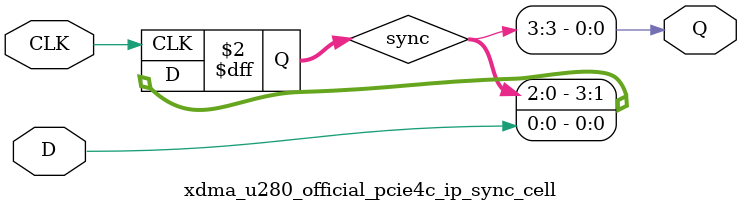
<source format=v>

`timescale 1ps / 1ps

(* DowngradeIPIdentifiedWarnings = "yes" *)
module xdma_u280_official_pcie4c_ip_sync_cell #
(
    parameter integer STAGE = 3
)
(
    //-------------------------------------------------------------------------- 
    //  Input Ports
    //-------------------------------------------------------------------------- 
    input                               CLK,
    input                               D,
    
    //-------------------------------------------------------------------------- 
    //  Output Ports
    //-------------------------------------------------------------------------- 
    output                              Q
);
    //-------------------------------------------------------------------------- 
    //  Synchronized Signals
    //--------------------------------------------------------------------------  
    (* ASYNC_REG = "TRUE", SHIFT_EXTRACT = "NO" *) reg [STAGE:0] sync;                                                            



//--------------------------------------------------------------------------------------------------
//  Synchronizier
//--------------------------------------------------------------------------------------------------
always @ (posedge CLK)
begin

    sync <= {sync[(STAGE-1):0], D};
            
end   



//--------------------------------------------------------------------------------------------------
//  Generate Output
//--------------------------------------------------------------------------------------------------
assign Q = sync[STAGE];



endmodule

</source>
